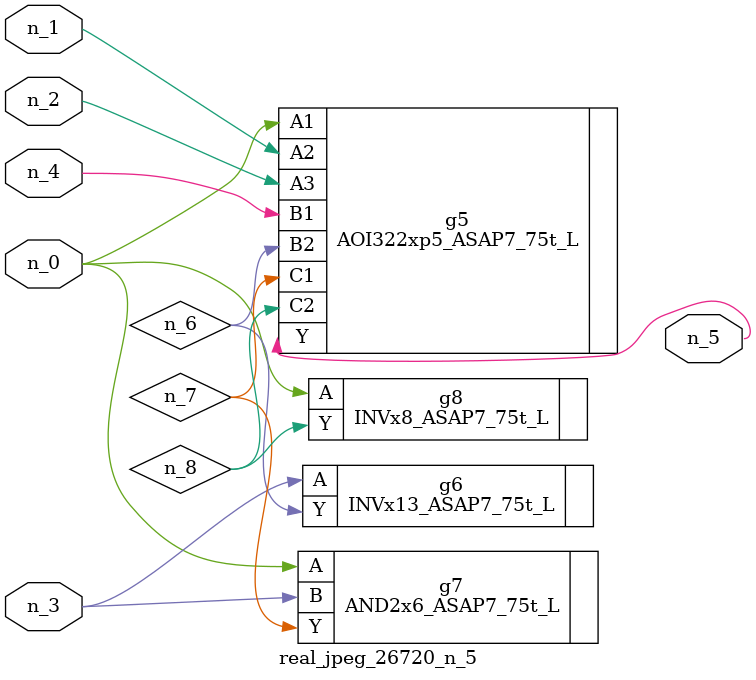
<source format=v>
module real_jpeg_26720_n_5 (n_4, n_0, n_1, n_2, n_3, n_5);

input n_4;
input n_0;
input n_1;
input n_2;
input n_3;

output n_5;

wire n_8;
wire n_6;
wire n_7;

AOI322xp5_ASAP7_75t_L g5 ( 
.A1(n_0),
.A2(n_1),
.A3(n_2),
.B1(n_4),
.B2(n_6),
.C1(n_7),
.C2(n_8),
.Y(n_5)
);

AND2x6_ASAP7_75t_L g7 ( 
.A(n_0),
.B(n_3),
.Y(n_7)
);

INVx8_ASAP7_75t_L g8 ( 
.A(n_0),
.Y(n_8)
);

INVx13_ASAP7_75t_L g6 ( 
.A(n_3),
.Y(n_6)
);


endmodule
</source>
